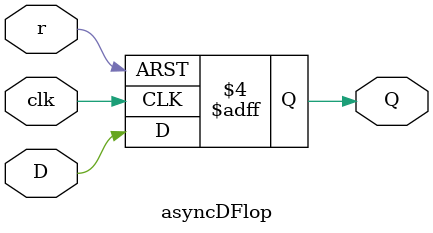
<source format=sv>
module dfCounter_tb;
	reg clk;
	reg clr;
	reg en;
	wire [7:0] q;
	
	integer i;
	
	dfCounter uut (clk, clr, en, q);
	
	initial begin
	
	#10 clr = 1;
	
	#10 clr = 0; en = 1;
	
	
	for (i = 0; i < 256; i = i + 1) begin
			
		#10 clk = 0;
			
		#10 clk = 1;
			
		end
	
	end

	initial
      $monitor ("Q=%d clr=%b en=%b clk=%b", q, clr, en, clk);
	

endmodule


module dfCounter(
		input wire clk,
		input wire clr,
		input wire en,
		output wire [7:0] q);
		
		wire [7:0] qn;
		
		assign qn = ~q;
		
		assign c = clk & en;
		
		asyncDFlop df0 (qn[0], c, clr, q[0]);
		
		asyncDFlop df1 (qn[1], qn[0], clr, q[1]);
		
		asyncDFlop df2 (qn[2], qn[1], clr, q[2]);
		
		asyncDFlop df3 (qn[3], qn[2], clr, q[3]);
		
		asyncDFlop df4 (qn[4], qn[3], clr, q[4]);
		
		asyncDFlop df5 (qn[5], qn[4], clr, q[5]);
		
		asyncDFlop df6 (qn[6], qn[5], clr, q[6]);
		
		asyncDFlop df7 (qn[7], qn[6], clr, q[7]);
		
endmodule


module asyncDFlop(
	input wire D,
	input wire clk, 
	input wire r,
	output reg Q);
	
	always @(posedge clk or posedge r) 
	begin
 		if(r==1'b1)
  			Q <= 1'b0; 
 		else 
  			Q <= D; 
	end 

endmodule
</source>
